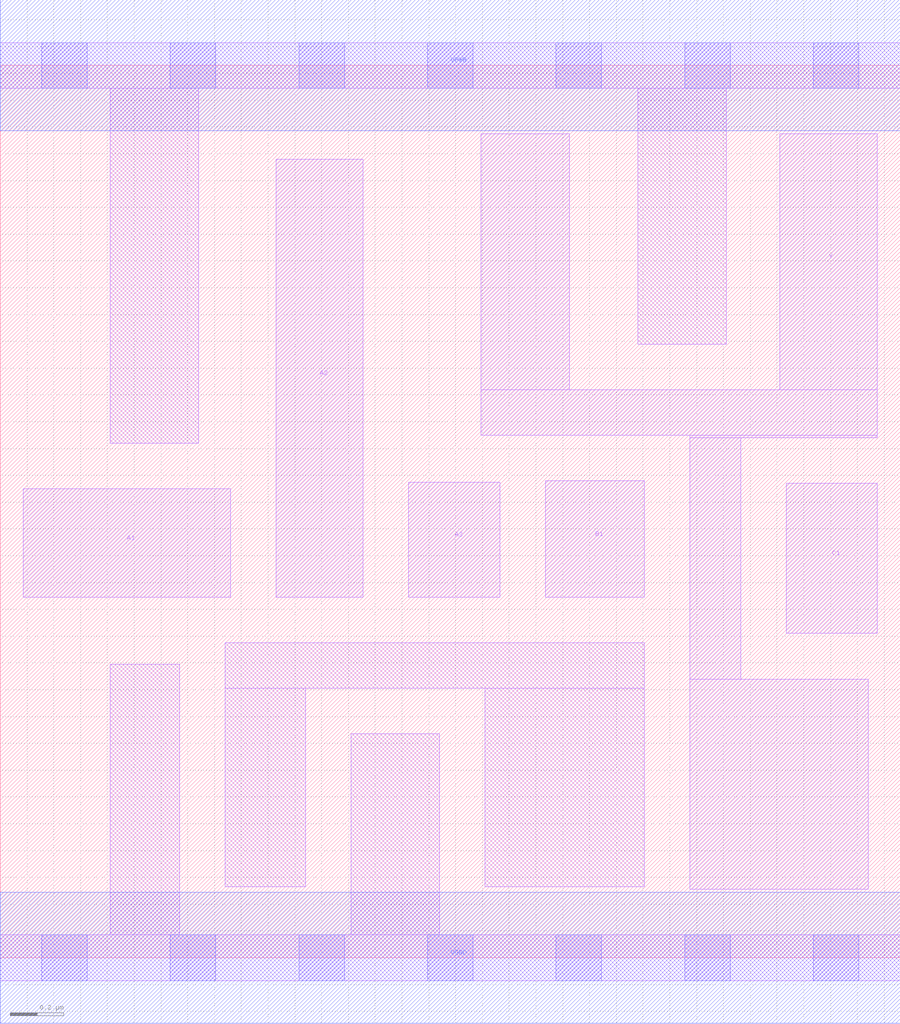
<source format=lef>
# Copyright 2020 The SkyWater PDK Authors
#
# Licensed under the Apache License, Version 2.0 (the "License");
# you may not use this file except in compliance with the License.
# You may obtain a copy of the License at
#
#     https://www.apache.org/licenses/LICENSE-2.0
#
# Unless required by applicable law or agreed to in writing, software
# distributed under the License is distributed on an "AS IS" BASIS,
# WITHOUT WARRANTIES OR CONDITIONS OF ANY KIND, either express or implied.
# See the License for the specific language governing permissions and
# limitations under the License.
#
# SPDX-License-Identifier: Apache-2.0

VERSION 5.7 ;
  NAMESCASESENSITIVE ON ;
  NOWIREEXTENSIONATPIN ON ;
  DIVIDERCHAR "/" ;
  BUSBITCHARS "[]" ;
UNITS
  DATABASE MICRONS 200 ;
END UNITS
MACRO sky130_fd_sc_lp__o311ai_1
  CLASS CORE ;
  SOURCE USER ;
  FOREIGN sky130_fd_sc_lp__o311ai_1 ;
  ORIGIN  0.000000  0.000000 ;
  SIZE  3.360000 BY  3.330000 ;
  SYMMETRY X Y R90 ;
  SITE unit ;
  PIN A1
    ANTENNAGATEAREA  0.315000 ;
    DIRECTION INPUT ;
    USE SIGNAL ;
    PORT
      LAYER li1 ;
        RECT 0.085000 1.345000 0.860000 1.750000 ;
    END
  END A1
  PIN A2
    ANTENNAGATEAREA  0.315000 ;
    DIRECTION INPUT ;
    USE SIGNAL ;
    PORT
      LAYER li1 ;
        RECT 1.030000 1.345000 1.355000 2.980000 ;
    END
  END A2
  PIN A3
    ANTENNAGATEAREA  0.315000 ;
    DIRECTION INPUT ;
    USE SIGNAL ;
    PORT
      LAYER li1 ;
        RECT 1.525000 1.345000 1.865000 1.775000 ;
    END
  END A3
  PIN B1
    ANTENNAGATEAREA  0.315000 ;
    DIRECTION INPUT ;
    USE SIGNAL ;
    PORT
      LAYER li1 ;
        RECT 2.035000 1.345000 2.405000 1.780000 ;
    END
  END B1
  PIN C1
    ANTENNAGATEAREA  0.315000 ;
    DIRECTION INPUT ;
    USE SIGNAL ;
    PORT
      LAYER li1 ;
        RECT 2.935000 1.210000 3.275000 1.770000 ;
    END
  END C1
  PIN Y
    ANTENNADIFFAREA  1.047900 ;
    DIRECTION OUTPUT ;
    USE SIGNAL ;
    PORT
      LAYER li1 ;
        RECT 1.795000 1.950000 3.275000 2.120000 ;
        RECT 1.795000 2.120000 2.125000 3.075000 ;
        RECT 2.575000 0.255000 3.240000 1.040000 ;
        RECT 2.575000 1.040000 2.765000 1.940000 ;
        RECT 2.575000 1.940000 3.275000 1.950000 ;
        RECT 2.910000 2.120000 3.275000 3.075000 ;
    END
  END Y
  PIN VGND
    DIRECTION INOUT ;
    USE GROUND ;
    PORT
      LAYER met1 ;
        RECT 0.000000 -0.245000 3.360000 0.245000 ;
    END
  END VGND
  PIN VPWR
    DIRECTION INOUT ;
    USE POWER ;
    PORT
      LAYER met1 ;
        RECT 0.000000 3.085000 3.360000 3.575000 ;
    END
  END VPWR
  OBS
    LAYER li1 ;
      RECT 0.000000 -0.085000 3.360000 0.085000 ;
      RECT 0.000000  3.245000 3.360000 3.415000 ;
      RECT 0.410000  0.085000 0.670000 1.095000 ;
      RECT 0.410000  1.920000 0.740000 3.245000 ;
      RECT 0.840000  0.265000 1.140000 1.005000 ;
      RECT 0.840000  1.005000 2.405000 1.175000 ;
      RECT 1.310000  0.085000 1.640000 0.835000 ;
      RECT 1.810000  0.265000 2.405000 1.005000 ;
      RECT 2.380000  2.290000 2.710000 3.245000 ;
    LAYER mcon ;
      RECT 0.155000 -0.085000 0.325000 0.085000 ;
      RECT 0.155000  3.245000 0.325000 3.415000 ;
      RECT 0.635000 -0.085000 0.805000 0.085000 ;
      RECT 0.635000  3.245000 0.805000 3.415000 ;
      RECT 1.115000 -0.085000 1.285000 0.085000 ;
      RECT 1.115000  3.245000 1.285000 3.415000 ;
      RECT 1.595000 -0.085000 1.765000 0.085000 ;
      RECT 1.595000  3.245000 1.765000 3.415000 ;
      RECT 2.075000 -0.085000 2.245000 0.085000 ;
      RECT 2.075000  3.245000 2.245000 3.415000 ;
      RECT 2.555000 -0.085000 2.725000 0.085000 ;
      RECT 2.555000  3.245000 2.725000 3.415000 ;
      RECT 3.035000 -0.085000 3.205000 0.085000 ;
      RECT 3.035000  3.245000 3.205000 3.415000 ;
  END
END sky130_fd_sc_lp__o311ai_1
END LIBRARY

</source>
